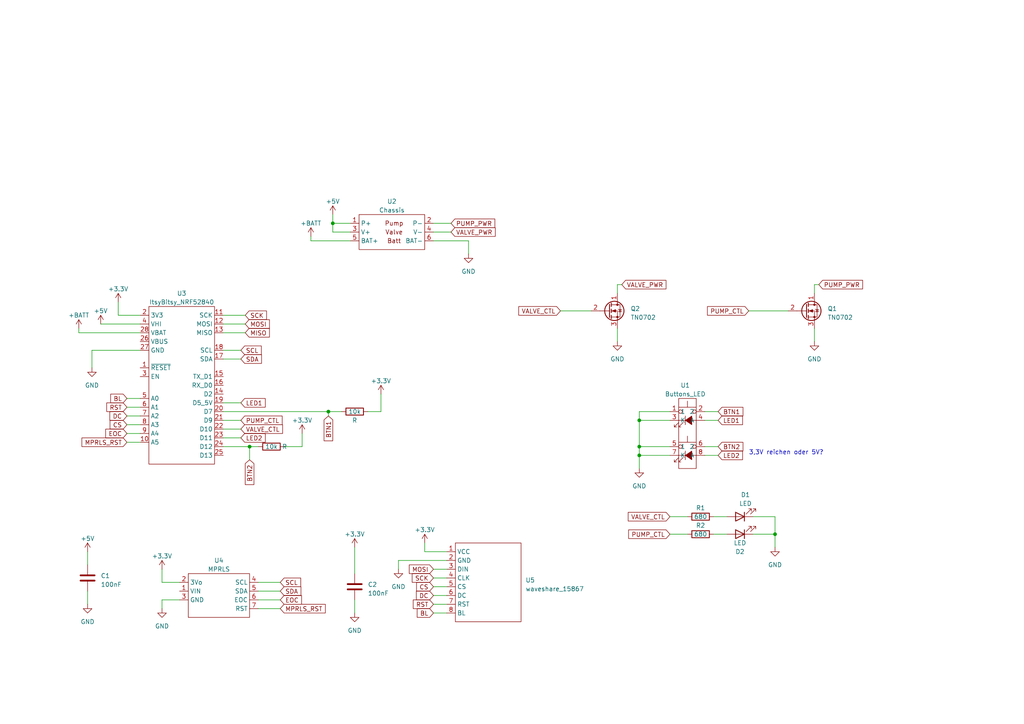
<source format=kicad_sch>
(kicad_sch (version 20230121) (generator eeschema)
  (paper "A4")
  (lib_symbols
    (symbol "Device:C" (pin_numbers hide) (pin_names (offset 0.254))
      (property "Reference" "C" (at 0.635 2.54 0))
      (property "Value" "C" (at 0.635 -2.54 0))
      (symbol "C_0_1"
        (polyline (pts (xy -2.032 -0.762) (xy 2.032 -0.762)) (stroke (width 0.508)))
        (polyline (pts (xy -2.032 0.762) (xy 2.032 0.762)) (stroke (width 0.508)))
      )
      (symbol "C_1_1"
        (pin passive line (at 0 3.81 270) (length 2.794) (name "~") (number "1"))
        (pin passive line (at 0 -3.81 90) (length 2.794) (name "~") (number "2"))
      )
    )
    (symbol "Device:LED" (pin_numbers hide) (pin_names (offset 1.016) hide)
      (property "Reference" "D" (at 0 2.54 0))
      (property "Value" "LED" (at 0 -2.54 0))
      (symbol "LED_0_1"
        (polyline (pts (xy -1.27 -1.27) (xy -1.27 1.27)) (stroke (width 0.254)))
        (polyline (pts (xy -1.27 0) (xy 1.27 0)))
        (polyline (pts (xy 1.27 -1.27) (xy 1.27 1.27) (xy -1.27 0) (xy 1.27 -1.27)) (stroke (width 0.254)))
        (polyline (pts (xy -3.048 -0.762) (xy -4.572 -2.286) (xy -3.81 -2.286) (xy -4.572 -2.286) (xy -4.572 -1.524)))
        (polyline (pts (xy -1.778 -0.762) (xy -3.302 -2.286) (xy -2.54 -2.286) (xy -3.302 -2.286) (xy -3.302 -1.524)))
      )
      (symbol "LED_1_1"
        (pin passive line (at -3.81 0 0) (length 2.54) (name "K") (number "1"))
        (pin passive line (at 3.81 0 180) (length 2.54) (name "A") (number "2"))
      )
    )
    (symbol "Device:R" (pin_numbers hide) (pin_names (offset 0))
      (property "Reference" "R" (at 2.032 0 90))
      (property "Value" "R" (at 0 0 90))
      (symbol "R_0_1"
        (rectangle (start -1.016 -2.54) (end 1.016 2.54) (stroke (width 0.254)))
      )
      (symbol "R_1_1"
        (pin passive line (at 0 3.81 270) (length 1.27) (name "~") (number "1"))
        (pin passive line (at 0 -3.81 90) (length 1.27) (name "~") (number "2"))
      )
    )
    (symbol "PRO_MCU:Buttons_LED"
      (property "Reference" "U" (at 0 0 0))
      (property "Value" "Buttons_LED" (at 0 -1.27 0))
      (symbol "Buttons_LED_0_0"
        (polyline (pts (xy -3.81 -20.955) (xy -2.54 -19.685)))
        (polyline (pts (xy -3.81 -10.795) (xy -2.54 -9.525)))
        (polyline (pts (xy -2.54 -20.955) (xy -1.27 -19.685)))
        (polyline (pts (xy -2.54 -19.05) (xy 2.54 -19.05)))
        (polyline (pts (xy -2.54 -10.795) (xy -1.27 -9.525)))
        (polyline (pts (xy -2.54 -8.89) (xy 2.54 -8.89)))
        (polyline (pts (xy -0.635 -17.78) (xy -0.635 -20.32)))
        (polyline (pts (xy -0.635 -7.62) (xy -0.635 -10.16)))
        (polyline (pts (xy -3.81 -20.32) (xy -3.81 -20.955) (xy -3.175 -20.955)))
        (polyline (pts (xy -3.81 -10.16) (xy -3.81 -10.795) (xy -3.175 -10.795)))
        (polyline (pts (xy -2.54 -20.32) (xy -2.54 -20.955) (xy -1.905 -20.955)))
        (polyline (pts (xy -2.54 -10.16) (xy -2.54 -10.795) (xy -1.905 -10.795)))
        (polyline (pts (xy -0.635 -19.05) (xy 1.27 -17.78) (xy 1.27 -20.32) (xy -0.635 -19.05)) (fill (type outline)))
        (polyline (pts (xy -0.635 -8.89) (xy 1.27 -7.62) (xy 1.27 -10.16) (xy -0.635 -8.89)) (fill (type outline)))
      )
      (symbol "Buttons_LED_0_1"
        (rectangle (start -2.54 -22.86) (end 2.54 -2.54))
        (circle (center -2.032 -16.51) (radius 0.508))
        (circle (center -2.032 -6.35) (radius 0.508))
        (polyline (pts (xy 0 -15.24) (xy 0 -13.462)))
        (polyline (pts (xy 0 -5.08) (xy 0 -3.302)))
        (polyline (pts (xy 2.54 -15.24) (xy -2.54 -15.24)))
        (polyline (pts (xy 2.54 -5.08) (xy -2.54 -5.08)))
        (circle (center 2.032 -16.51) (radius 0.508))
        (circle (center 2.032 -6.35) (radius 0.508))
        (pin passive line (at -5.08 -6.35 0) (length 2.54) (name "1") (number "1"))
        (pin passive line (at 5.08 -6.35 180) (length 2.54) (name "2") (number "2"))
        (pin passive line (at -5.08 -8.89 0) (length 2.54) (name "K") (number "3"))
        (pin passive line (at 5.08 -8.89 180) (length 2.54) (name "A") (number "4"))
        (pin passive line (at -5.08 -16.51 0) (length 2.54) (name "1") (number "5"))
        (pin passive line (at 5.08 -16.51 180) (length 2.54) (name "2") (number "6"))
        (pin passive line (at -5.08 -19.05 0) (length 2.54) (name "K") (number "7"))
        (pin passive line (at 5.08 -19.05 180) (length 2.54) (name "A") (number "8"))
      )
    )
    (symbol "PRO_MCU:Chassis"
      (property "Reference" "U" (at 0 0 0))
      (property "Value" "Chassis" (at 0 -1.27 0))
      (symbol "Chassis_0_0"
        (text "Batt" (at 0 -10.16 0) (effects (font (size 1.27 1.27))))
        (text "Pump" (at 0 -5.08 0) (effects (font (size 1.27 1.27))))
        (text "Valve" (at 0 -7.62 0) (effects (font (size 1.27 1.27))))
      )
      (symbol "Chassis_0_1"
        (rectangle (start -10.16 -2.54) (end 8.89 -12.7))
      )
      (symbol "Chassis_1_1"
        (pin output line (at -12.7 -5.08 0) (length 2.54) (name "P+") (number "1"))
        (pin output line (at 11.43 -5.08 180) (length 2.54) (name "P-") (number "2"))
        (pin output line (at -12.7 -7.62 0) (length 2.54) (name "V+") (number "3"))
        (pin output line (at 11.43 -7.62 180) (length 2.54) (name "V-") (number "4"))
        (pin output line (at -12.7 -10.16 0) (length 2.54) (name "BAT+") (number "5"))
        (pin output line (at 11.43 -10.16 180) (length 2.54) (name "BAT-") (number "6"))
      )
    )
    (symbol "PRO_MCU:ItsyBitsy_NRF52840"
      (property "Reference" "U" (at -8.89 -48.26 0))
      (property "Value" "ItsyBitsy_NRF52840" (at -1.27 2.54 0))
      (symbol "ItsyBitsy_NRF52840_0_1"
        (rectangle (start -10.16 0) (end 8.89 -45.72))
      )
      (symbol "ItsyBitsy_NRF52840_1_1"
        (pin input line (at -12.7 -17.78 0) (length 2.54) (name "~{RESET}") (number "1"))
        (pin output line (at -12.7 -39.37 0) (length 2.54) (name "A5") (number "10"))
        (pin output line (at 11.43 -2.54 180) (length 2.54) (name "SCK") (number "11"))
        (pin output line (at 11.43 -5.08 180) (length 2.54) (name "MOSI") (number "12"))
        (pin output line (at 11.43 -7.62 180) (length 2.54) (name "MISO") (number "13"))
        (pin output line (at 11.43 -25.4 180) (length 2.54) (name "D2") (number "14"))
        (pin output line (at 11.43 -20.32 180) (length 2.54) (name "TX_D1") (number "15"))
        (pin output line (at 11.43 -22.86 180) (length 2.54) (name "RX_D0") (number "16"))
        (pin output line (at 11.43 -15.24 180) (length 2.54) (name "SDA") (number "17"))
        (pin output line (at 11.43 -12.7 180) (length 2.54) (name "SCL") (number "18"))
        (pin output line (at 11.43 -27.94 180) (length 2.54) (name "D5_5V") (number "19"))
        (pin output line (at -12.7 -2.54 0) (length 2.54) (name "3V3") (number "2"))
        (pin output line (at 11.43 -30.48 180) (length 2.54) (name "D7") (number "20"))
        (pin output line (at 11.43 -33.02 180) (length 2.54) (name "D9") (number "21"))
        (pin output line (at 11.43 -35.56 180) (length 2.54) (name "D10") (number "22"))
        (pin output line (at 11.43 -38.1 180) (length 2.54) (name "D11") (number "23"))
        (pin output line (at 11.43 -40.64 180) (length 2.54) (name "D12") (number "24"))
        (pin output line (at 11.43 -43.18 180) (length 2.54) (name "D13") (number "25"))
        (pin output line (at -12.7 -10.16 0) (length 2.54) (name "VBUS") (number "26"))
        (pin output line (at -12.7 -12.7 0) (length 2.54) (name "GND") (number "27"))
        (pin output line (at -12.7 -7.62 0) (length 2.54) (name "VBAT") (number "28"))
        (pin input line (at -12.7 -20.32 0) (length 2.54) (name "EN") (number "3"))
        (pin output line (at -12.7 -5.08 0) (length 2.54) (name "VHI") (number "4"))
        (pin output line (at -12.7 -26.67 0) (length 2.54) (name "A0") (number "5"))
        (pin output line (at -12.7 -29.21 0) (length 2.54) (name "A1") (number "6"))
        (pin output line (at -12.7 -31.75 0) (length 2.54) (name "A2") (number "7"))
        (pin output line (at -12.7 -34.29 0) (length 2.54) (name "A3") (number "8"))
        (pin output line (at -12.7 -36.83 0) (length 2.54) (name "A4") (number "9"))
      )
    )
    (symbol "PRO_MCU:MPRLS"
      (property "Reference" "U2" (at 1.27 13.97 0))
      (property "Value" "MPRLS" (at 1.27 11.43 0))
      (symbol "MPRLS_0_1"
        (rectangle (start -10.16 8.89) (end 7.62 -3.81))
      )
      (symbol "MPRLS_1_1"
        (pin power_in line (at -12.7 3.81 0) (length 2.54) (name "VIN") (number "1"))
        (pin power_out line (at -12.7 6.35 0) (length 2.54) (name "3Vo") (number "2"))
        (pin power_in line (at -12.7 1.27 0) (length 2.54) (name "GND") (number "3"))
        (pin bidirectional line (at 10.16 6.35 180) (length 2.54) (name "SCL") (number "4"))
        (pin bidirectional line (at 10.16 3.81 180) (length 2.54) (name "SDA") (number "5"))
        (pin bidirectional line (at 10.16 1.27 180) (length 2.54) (name "EOC") (number "6"))
        (pin bidirectional line (at 10.16 -1.27 180) (length 2.54) (name "RST") (number "7"))
      )
    )
    (symbol "PRO_MCU:waveshare_15867"
      (property "Reference" "U" (at -7.62 13.97 0))
      (property "Value" "waveshare_15867" (at 0 11.43 0))
      (symbol "waveshare_15867_0_1"
        (rectangle (start -8.89 10.16) (end 10.16 -12.7))
      )
      (symbol "waveshare_15867_1_1"
        (pin power_in line (at -11.43 7.62 0) (length 2.54) (name "VCC") (number "1"))
        (pin power_in line (at -11.43 5.08 0) (length 2.54) (name "GND") (number "2"))
        (pin input line (at -11.43 2.54 0) (length 2.54) (name "DIN") (number "3"))
        (pin input line (at -11.43 0 0) (length 2.54) (name "CLK") (number "4"))
        (pin input line (at -11.43 -2.54 0) (length 2.54) (name "CS") (number "5"))
        (pin input line (at -11.43 -5.08 0) (length 2.54) (name "DC") (number "6"))
        (pin input line (at -11.43 -7.62 0) (length 2.54) (name "RST") (number "7"))
        (pin input line (at -11.43 -10.16 0) (length 2.54) (name "BL") (number "8"))
      )
    )
    (symbol "Transistor_FET:BS170" (pin_names hide)
      (property "Reference" "Q" (at 5.08 1.905 0))
      (property "Value" "BS170" (at 5.08 0 0))
      (symbol "BS170_0_1"
        (polyline (pts (xy 0.254 0) (xy -2.54 0)))
        (polyline (pts (xy 0.254 1.905) (xy 0.254 -1.905)) (stroke (width 0.254)))
        (polyline (pts (xy 0.762 -1.27) (xy 0.762 -2.286)) (stroke (width 0.254)))
        (polyline (pts (xy 0.762 0.508) (xy 0.762 -0.508)) (stroke (width 0.254)))
        (polyline (pts (xy 0.762 2.286) (xy 0.762 1.27)) (stroke (width 0.254)))
        (polyline (pts (xy 2.54 2.54) (xy 2.54 1.778)))
        (polyline (pts (xy 2.54 -2.54) (xy 2.54 0) (xy 0.762 0)))
        (polyline (pts (xy 0.762 -1.778) (xy 3.302 -1.778) (xy 3.302 1.778) (xy 0.762 1.778)))
        (polyline (pts (xy 1.016 0) (xy 2.032 0.381) (xy 2.032 -0.381) (xy 1.016 0)) (fill (type outline)))
        (polyline (pts (xy 2.794 0.508) (xy 2.921 0.381) (xy 3.683 0.381) (xy 3.81 0.254)))
        (polyline (pts (xy 3.302 0.381) (xy 2.921 -0.254) (xy 3.683 -0.254) (xy 3.302 0.381)))
        (circle (center 1.651 0) (radius 2.794) (stroke (width 0.254)))
        (circle (center 2.54 -1.778) (radius 0.254) (fill (type outline)))
        (circle (center 2.54 1.778) (radius 0.254) (fill (type outline)))
      )
      (symbol "BS170_1_1"
        (pin passive line (at 2.54 5.08 270) (length 2.54) (name "D") (number "1"))
        (pin input line (at -5.08 0 0) (length 2.54) (name "G") (number "2"))
        (pin passive line (at 2.54 -5.08 90) (length 2.54) (name "S") (number "3"))
      )
    )
    (symbol "power:+3.3V" (power) (pin_names (offset 0))
      (property "Value" "+3.3V" (at 0 3.556 0))
      (symbol "+3.3V_0_1"
        (polyline (pts (xy -0.762 1.27) (xy 0 2.54)))
        (polyline (pts (xy 0 0) (xy 0 2.54)))
        (polyline (pts (xy 0 2.54) (xy 0.762 1.27)))
      )
      (symbol "+3.3V_1_1"
        (pin power_in line (at 0 0 90) (length 0) hide (name "+3.3V") (number "1"))
      )
    )
    (symbol "power:+5V" (power) (pin_names (offset 0))
      (property "Value" "+5V" (at 0 3.556 0))
      (symbol "+5V_0_1"
        (polyline (pts (xy -0.762 1.27) (xy 0 2.54)))
        (polyline (pts (xy 0 0) (xy 0 2.54)))
        (polyline (pts (xy 0 2.54) (xy 0.762 1.27)))
      )
      (symbol "+5V_1_1"
        (pin power_in line (at 0 0 90) (length 0) hide (name "+5V") (number "1"))
      )
    )
    (symbol "power:+BATT" (power) (pin_names (offset 0))
      (property "Value" "+BATT" (at 0 3.556 0))
      (symbol "+BATT_0_1"
        (polyline (pts (xy -0.762 1.27) (xy 0 2.54)))
        (polyline (pts (xy 0 0) (xy 0 2.54)))
        (polyline (pts (xy 0 2.54) (xy 0.762 1.27)))
      )
      (symbol "+BATT_1_1"
        (pin power_in line (at 0 0 90) (length 0) hide (name "+BATT") (number "1"))
      )
    )
    (symbol "power:GND" (power) (pin_names (offset 0))
      (property "Value" "GND" (at 0 -3.81 0))
      (symbol "GND_0_1"
        (polyline (pts (xy 0 0) (xy 0 -1.27) (xy 1.27 -1.27) (xy 0 -2.54) (xy -1.27 -1.27) (xy 0 -1.27)))
      )
      (symbol "GND_1_1"
        (pin power_in line (at 0 0 270) (length 0) hide (name "GND") (number "1"))
      )
    )
  )
  (junction (at 185.42 121.92))
  (junction (at 72.39 129.54))
  (junction (at 96.52 64.77))
  (junction (at 224.79 154.94))
  (junction (at 95.25 119.38))
  (junction (at 185.42 132.08))
  (junction (at 185.42 129.54))
  (wire (pts (xy 125.73 165.1) (xy 129.54 165.1)))
  (wire (pts (xy 96.52 64.77) (xy 96.52 67.31)))
  (wire (pts (xy 110.49 114.3) (xy 110.49 119.38)))
  (wire (pts (xy 87.63 125.73) (xy 87.63 129.54)))
  (wire (pts (xy 194.31 149.86) (xy 199.39 149.86)))
  (wire (pts (xy 125.73 67.31) (xy 130.81 67.31)))
  (wire (pts (xy 115.57 162.56) (xy 115.57 165.1)))
  (wire (pts (xy 90.17 68.58) (xy 90.17 69.85)))
  (wire (pts (xy 22.86 95.25) (xy 22.86 96.52)))
  (wire (pts (xy 52.07 168.91) (xy 46.99 168.91)))
  (wire (pts (xy 64.77 93.98) (xy 71.12 93.98)))
  (wire (pts (xy 207.01 149.86) (xy 210.82 149.86)))
  (wire (pts (xy 74.93 171.45) (xy 81.28 171.45)))
  (wire (pts (xy 125.73 172.72) (xy 129.54 172.72)))
  (wire (pts (xy 224.79 149.86) (xy 224.79 154.94)))
  (wire (pts (xy 237.49 82.55) (xy 236.22 82.55)))
  (wire (pts (xy 64.77 96.52) (xy 71.12 96.52)))
  (wire (pts (xy 96.52 67.31) (xy 101.6 67.31)))
  (wire (pts (xy 101.6 69.85) (xy 90.17 69.85)))
  (wire (pts (xy 102.87 173.99) (xy 102.87 177.8)))
  (wire (pts (xy 25.4 160.02) (xy 25.4 163.83)))
  (wire (pts (xy 64.77 121.92) (xy 69.85 121.92)))
  (wire (pts (xy 64.77 116.84) (xy 69.85 116.84)))
  (wire (pts (xy 194.31 119.38) (xy 185.42 119.38)))
  (wire (pts (xy 179.07 82.55) (xy 179.07 85.09)))
  (wire (pts (xy 36.83 125.73) (xy 40.64 125.73)))
  (wire (pts (xy 52.07 173.99) (xy 46.99 173.99)))
  (wire (pts (xy 204.47 121.92) (xy 208.28 121.92)))
  (wire (pts (xy 207.01 154.94) (xy 210.82 154.94)))
  (wire (pts (xy 36.83 128.27) (xy 40.64 128.27)))
  (wire (pts (xy 36.83 123.19) (xy 40.64 123.19)))
  (wire (pts (xy 194.31 154.94) (xy 199.39 154.94)))
  (wire (pts (xy 64.77 101.6) (xy 69.85 101.6)))
  (wire (pts (xy 236.22 95.25) (xy 236.22 99.06)))
  (wire (pts (xy 26.67 101.6) (xy 26.67 106.68)))
  (wire (pts (xy 185.42 129.54) (xy 194.31 129.54)))
  (wire (pts (xy 224.79 154.94) (xy 224.79 158.75)))
  (wire (pts (xy 125.73 175.26) (xy 129.54 175.26)))
  (wire (pts (xy 34.29 91.44) (xy 40.64 91.44)))
  (wire (pts (xy 36.83 115.57) (xy 40.64 115.57)))
  (wire (pts (xy 46.99 173.99) (xy 46.99 176.53)))
  (wire (pts (xy 218.44 154.94) (xy 224.79 154.94)))
  (wire (pts (xy 74.93 168.91) (xy 81.28 168.91)))
  (wire (pts (xy 194.31 121.92) (xy 185.42 121.92)))
  (wire (pts (xy 179.07 95.25) (xy 179.07 99.06)))
  (wire (pts (xy 218.44 149.86) (xy 224.79 149.86)))
  (wire (pts (xy 64.77 91.44) (xy 71.12 91.44)))
  (wire (pts (xy 96.52 62.23) (xy 96.52 64.77)))
  (wire (pts (xy 123.19 157.48) (xy 123.19 160.02)))
  (wire (pts (xy 204.47 119.38) (xy 208.28 119.38)))
  (wire (pts (xy 125.73 64.77) (xy 130.81 64.77)))
  (wire (pts (xy 64.77 119.38) (xy 95.25 119.38)))
  (wire (pts (xy 129.54 160.02) (xy 123.19 160.02)))
  (wire (pts (xy 96.52 64.77) (xy 101.6 64.77)))
  (wire (pts (xy 185.42 132.08) (xy 185.42 135.89)))
  (wire (pts (xy 64.77 104.14) (xy 69.85 104.14)))
  (wire (pts (xy 46.99 165.1) (xy 46.99 168.91)))
  (wire (pts (xy 125.73 177.8) (xy 129.54 177.8)))
  (wire (pts (xy 64.77 129.54) (xy 72.39 129.54)))
  (wire (pts (xy 72.39 129.54) (xy 72.39 133.35)))
  (wire (pts (xy 82.55 129.54) (xy 87.63 129.54)))
  (wire (pts (xy 180.34 82.55) (xy 179.07 82.55)))
  (wire (pts (xy 106.68 119.38) (xy 110.49 119.38)))
  (wire (pts (xy 185.42 119.38) (xy 185.42 121.92)))
  (wire (pts (xy 95.25 119.38) (xy 95.25 120.65)))
  (wire (pts (xy 64.77 127) (xy 69.85 127)))
  (wire (pts (xy 185.42 121.92) (xy 185.42 129.54)))
  (wire (pts (xy 22.86 96.52) (xy 40.64 96.52)))
  (wire (pts (xy 25.4 171.45) (xy 25.4 175.26)))
  (wire (pts (xy 29.21 93.98) (xy 40.64 93.98)))
  (wire (pts (xy 185.42 129.54) (xy 185.42 132.08)))
  (wire (pts (xy 204.47 129.54) (xy 208.28 129.54)))
  (wire (pts (xy 40.64 101.6) (xy 26.67 101.6)))
  (wire (pts (xy 95.25 119.38) (xy 99.06 119.38)))
  (wire (pts (xy 74.93 176.53) (xy 81.28 176.53)))
  (wire (pts (xy 102.87 158.75) (xy 102.87 166.37)))
  (wire (pts (xy 125.73 170.18) (xy 129.54 170.18)))
  (wire (pts (xy 125.73 167.64) (xy 129.54 167.64)))
  (wire (pts (xy 64.77 124.46) (xy 69.85 124.46)))
  (wire (pts (xy 36.83 120.65) (xy 40.64 120.65)))
  (wire (pts (xy 74.93 173.99) (xy 81.28 173.99)))
  (wire (pts (xy 162.56 90.17) (xy 171.45 90.17)))
  (wire (pts (xy 125.73 69.85) (xy 135.89 69.85)))
  (wire (pts (xy 135.89 69.85) (xy 135.89 73.66)))
  (wire (pts (xy 36.83 118.11) (xy 40.64 118.11)))
  (wire (pts (xy 194.31 132.08) (xy 185.42 132.08)))
  (wire (pts (xy 34.29 87.63) (xy 34.29 91.44)))
  (wire (pts (xy 217.17 90.17) (xy 228.6 90.17)))
  (wire (pts (xy 72.39 129.54) (xy 74.93 129.54)))
  (wire (pts (xy 204.47 132.08) (xy 208.28 132.08)))
  (wire (pts (xy 129.54 162.56) (xy 115.57 162.56)))
  (wire (pts (xy 236.22 82.55) (xy 236.22 85.09)))
  (text "3,3V reichen oder 5V?\n" (at 217.17 132.08 0) (effects (font (size 1.27 1.27)) (justify left bottom)))
  (global_label "VALVE_CTL" (shape input) (at 194.31 149.86 180) (property "Intersheetrefs" "${INTERSHEET_REFS}" (effects hide)))
  (global_label "MOSI" (shape input) (at 125.73 165.1 180) (property "Intersheetrefs" "${INTERSHEET_REFS}" (effects hide)))
  (global_label "MOSI" (shape input) (at 71.12 93.98 0) (property "Intersheetrefs" "${INTERSHEET_REFS}" (effects hide)))
  (global_label "PUMP_PWR" (shape input) (at 237.49 82.55 0) (property "Intersheetrefs" "${INTERSHEET_REFS}" (effects hide)))
  (global_label "EOC" (shape input) (at 36.83 125.73 180) (property "Intersheetrefs" "${INTERSHEET_REFS}" (effects hide)))
  (global_label "MPRLS_RST" (shape input) (at 36.83 128.27 180) (property "Intersheetrefs" "${INTERSHEET_REFS}" (effects hide)))
  (global_label "EOC" (shape input) (at 81.28 173.99 0) (property "Intersheetrefs" "${INTERSHEET_REFS}" (effects hide)))
  (global_label "MPRLS_RST" (shape input) (at 81.28 176.53 0) (property "Intersheetrefs" "${INTERSHEET_REFS}" (effects hide)))
  (global_label "SCK" (shape input) (at 71.12 91.44 0) (property "Intersheetrefs" "${INTERSHEET_REFS}" (effects hide)))
  (global_label "DC" (shape input) (at 36.83 120.65 180) (property "Intersheetrefs" "${INTERSHEET_REFS}" (effects hide)))
  (global_label "BTN2" (shape input) (at 72.39 133.35 270) (property "Intersheetrefs" "${INTERSHEET_REFS}" (effects hide)))
  (global_label "BL" (shape input) (at 36.83 115.57 180) (property "Intersheetrefs" "${INTERSHEET_REFS}" (effects hide)))
  (global_label "PUMP_CTL" (shape input) (at 194.31 154.94 180) (property "Intersheetrefs" "${INTERSHEET_REFS}" (effects hide)))
  (global_label "VALVE_CTL" (shape input) (at 162.56 90.17 180) (property "Intersheetrefs" "${INTERSHEET_REFS}" (effects hide)))
  (global_label "MISO" (shape input) (at 71.12 96.52 0) (property "Intersheetrefs" "${INTERSHEET_REFS}" (effects hide)))
  (global_label "VALVE_CTL" (shape input) (at 69.85 124.46 0) (property "Intersheetrefs" "${INTERSHEET_REFS}" (effects hide)))
  (global_label "DC" (shape input) (at 125.73 172.72 180) (property "Intersheetrefs" "${INTERSHEET_REFS}" (effects hide)))
  (global_label "CS" (shape input) (at 36.83 123.19 180) (property "Intersheetrefs" "${INTERSHEET_REFS}" (effects hide)))
  (global_label "LED1" (shape input) (at 69.85 116.84 0) (property "Intersheetrefs" "${INTERSHEET_REFS}" (effects hide)))
  (global_label "BTN1" (shape input) (at 95.25 120.65 270) (property "Intersheetrefs" "${INTERSHEET_REFS}" (effects hide)))
  (global_label "LED1" (shape input) (at 208.28 121.92 0) (property "Intersheetrefs" "${INTERSHEET_REFS}" (effects hide)))
  (global_label "SCL" (shape input) (at 69.85 101.6 0) (property "Intersheetrefs" "${INTERSHEET_REFS}" (effects hide)))
  (global_label "PUMP_PWR" (shape input) (at 130.81 64.77 0) (property "Intersheetrefs" "${INTERSHEET_REFS}" (effects hide)))
  (global_label "SCK" (shape input) (at 125.73 167.64 180) (property "Intersheetrefs" "${INTERSHEET_REFS}" (effects hide)))
  (global_label "LED2" (shape input) (at 69.85 127 0) (property "Intersheetrefs" "${INTERSHEET_REFS}" (effects hide)))
  (global_label "CS" (shape input) (at 125.73 170.18 180) (property "Intersheetrefs" "${INTERSHEET_REFS}" (effects hide)))
  (global_label "SCL" (shape input) (at 81.28 168.91 0) (property "Intersheetrefs" "${INTERSHEET_REFS}" (effects hide)))
  (global_label "LED2" (shape input) (at 208.28 132.08 0) (property "Intersheetrefs" "${INTERSHEET_REFS}" (effects hide)))
  (global_label "PUMP_CTL" (shape input) (at 217.17 90.17 180) (property "Intersheetrefs" "${INTERSHEET_REFS}" (effects hide)))
  (global_label "RST" (shape input) (at 36.83 118.11 180) (property "Intersheetrefs" "${INTERSHEET_REFS}" (effects hide)))
  (global_label "BTN1" (shape input) (at 208.28 119.38 0) (property "Intersheetrefs" "${INTERSHEET_REFS}" (effects hide)))
  (global_label "RST" (shape input) (at 125.73 175.26 180) (property "Intersheetrefs" "${INTERSHEET_REFS}" (effects hide)))
  (global_label "BL" (shape input) (at 125.73 177.8 180) (property "Intersheetrefs" "${INTERSHEET_REFS}" (effects hide)))
  (global_label "BTN2" (shape input) (at 208.28 129.54 0) (property "Intersheetrefs" "${INTERSHEET_REFS}" (effects hide)))
  (global_label "VALVE_PWR" (shape input) (at 130.81 67.31 0) (property "Intersheetrefs" "${INTERSHEET_REFS}" (effects hide)))
  (global_label "VALVE_PWR" (shape input) (at 180.34 82.55 0) (property "Intersheetrefs" "${INTERSHEET_REFS}" (effects hide)))
  (global_label "SDA" (shape input) (at 69.85 104.14 0) (property "Intersheetrefs" "${INTERSHEET_REFS}" (effects hide)))
  (global_label "SDA" (shape input) (at 81.28 171.45 0) (property "Intersheetrefs" "${INTERSHEET_REFS}" (effects hide)))
  (global_label "PUMP_CTL" (shape input) (at 69.85 121.92 0) (property "Intersheetrefs" "${INTERSHEET_REFS}" (effects hide)))
  (symbol (lib_id "PRO_MCU:Buttons_LED") (at 199.39 113.03 0) (unit 1)
    (property "Reference" "U1" (at 198.755 111.76 0))
    (property "Value" "Buttons_LED" (at 198.755 114.3 0))
    (property "Footprint" "Connector_IDC:IDC-Header_2x04_P2.54mm_Vertical" (effects hide))
  )
  (symbol (lib_id "power:+3.3V") (at 123.19 157.48 0) (unit 1)
    (property "Reference" "#PWR013" (effects hide))
    (property "Value" "+3.3V" (at 123.19 153.67 0))
  )
  (symbol (lib_id "Device:LED") (at 214.63 149.86 180) (unit 1)
    (property "Reference" "D1" (at 216.2175 143.51 0))
    (property "Value" "LED" (at 216.2175 146.05 0))
  )
  (symbol (lib_id "PRO_MCU:MPRLS") (at 64.77 175.26 0) (unit 1)
    (property "Reference" "U4" (at 63.5 162.56 0))
    (property "Value" "MPRLS" (at 63.5 165.1 0))
    (property "Footprint" "PRO_MCU:MPRLS" (effects hide))
  )
  (symbol (lib_id "power:GND") (at 185.42 135.89 0) (unit 1)
    (property "Reference" "#PWR08" (effects hide))
    (property "Value" "GND" (at 185.42 140.97 0))
  )
  (symbol (lib_id "power:GND") (at 236.22 99.06 0) (unit 1)
    (property "Reference" "#PWR06" (effects hide))
    (property "Value" "GND" (at 236.22 104.14 0))
  )
  (symbol (lib_id "power:GND") (at 179.07 99.06 0) (unit 1)
    (property "Reference" "#PWR05" (effects hide))
    (property "Value" "GND" (at 179.07 104.14 0))
  )
  (symbol (lib_id "Device:C") (at 25.4 167.64 0) (unit 1)
    (property "Reference" "C1" (at 29.21 167.005 0) (effects (justify left)))
    (property "Value" "100nF" (at 29.21 169.545 0) (effects (justify left)))
  )
  (symbol (lib_id "PRO_MCU:ItsyBitsy_NRF52840") (at 53.34 88.9 0) (unit 1)
    (property "Reference" "U3" (at 52.705 85.09 0))
    (property "Value" "ItsyBitsy_NRF52840" (at 52.705 87.63 0))
    (property "Footprint" "PRO_MCU:ItsyBitsy_NRF52840" (effects hide))
  )
  (symbol (lib_id "Device:R") (at 78.74 129.54 90) (unit 1)
    (property "Reference" "10k" (at 78.74 129.54 90))
    (property "Value" "R" (at 82.55 129.54 90))
    (property "Footprint" "Resistor_THT:R_Axial_DIN0207_L6.3mm_D2.5mm_P10.16mm_Horizontal" (effects hide))
  )
  (symbol (lib_id "power:+3.3V") (at 87.63 125.73 0) (unit 1)
    (property "Reference" "#PWR010" (effects hide))
    (property "Value" "+3.3V" (at 87.63 121.92 0))
  )
  (symbol (lib_id "power:+3.3V") (at 110.49 114.3 0) (unit 1)
    (property "Reference" "#PWR021" (effects hide))
    (property "Value" "+3.3V" (at 110.49 110.49 0))
  )
  (symbol (lib_id "power:GND") (at 46.99 176.53 0) (unit 1)
    (property "Reference" "#PWR01" (effects hide))
    (property "Value" "GND" (at 46.99 181.61 0))
  )
  (symbol (lib_id "power:GND") (at 224.79 158.75 0) (unit 1)
    (property "Reference" "#PWR015" (effects hide))
    (property "Value" "GND" (at 224.79 163.83 0))
  )
  (symbol (lib_id "power:GND") (at 25.4 175.26 0) (unit 1)
    (property "Reference" "#PWR018" (effects hide))
    (property "Value" "GND" (at 25.4 180.34 0))
  )
  (symbol (lib_id "Device:C") (at 102.87 170.18 0) (unit 1)
    (property "Reference" "C2" (at 106.68 169.545 0) (effects (justify left)))
    (property "Value" "100nF" (at 106.68 172.085 0) (effects (justify left)))
  )
  (symbol (lib_id "Device:R") (at 102.87 119.38 90) (unit 1)
    (property "Reference" "10k" (at 102.87 119.38 90))
    (property "Value" "R" (at 102.87 121.92 90))
    (property "Footprint" "Resistor_THT:R_Axial_DIN0207_L6.3mm_D2.5mm_P10.16mm_Horizontal" (effects hide))
  )
  (symbol (lib_id "PRO_MCU:waveshare_15867") (at 140.97 167.64 0) (unit 1)
    (property "Reference" "U5" (at 152.4 168.275 0) (effects (justify left)))
    (property "Value" "waveshare_15867" (at 152.4 170.815 0) (effects (justify left)))
    (property "Footprint" "Connector_IDC:IDC-Header_2x04_P2.54mm_Vertical" (effects hide))
  )
  (symbol (lib_id "power:GND") (at 115.57 165.1 0) (unit 1)
    (property "Reference" "#PWR02" (effects hide))
    (property "Value" "GND" (at 115.57 170.18 0))
  )
  (symbol (lib_id "power:GND") (at 135.89 73.66 0) (unit 1)
    (property "Reference" "#PWR03" (effects hide))
    (property "Value" "GND" (at 135.89 78.74 0))
  )
  (symbol (lib_id "power:+3.3V") (at 34.29 87.63 0) (unit 1)
    (property "Reference" "#PWR09" (effects hide))
    (property "Value" "+3.3V" (at 34.29 83.82 0))
  )
  (symbol (lib_id "Device:R") (at 203.2 149.86 90) (unit 1)
    (property "Reference" "R1" (at 203.2 147.32 90))
    (property "Value" "680" (at 203.2 149.86 90))
    (property "Footprint" "Resistor_THT:R_Axial_DIN0207_L6.3mm_D2.5mm_P10.16mm_Horizontal" (effects hide))
  )
  (symbol (lib_id "Transistor_FET:BS170") (at 233.68 90.17 0) (unit 1)
    (property "Reference" "Q1" (at 240.03 89.535 0) (effects (justify left)))
    (property "Value" "TN0702" (at 240.03 92.075 0) (effects (justify left)))
    (property "Footprint" "Package_TO_SOT_THT:TO-92_Inline" (effects hide))
    (property "Datasheet" "https://www.onsemi.com/pub/Collateral/BS170-D.PDF" (effects hide))
  )
  (symbol (lib_id "Device:R") (at 203.2 154.94 90) (unit 1)
    (property "Reference" "R2" (at 203.2 152.4 90))
    (property "Value" "680" (at 203.2 154.94 90))
    (property "Footprint" "Resistor_THT:R_Axial_DIN0207_L6.3mm_D2.5mm_P10.16mm_Horizontal" (effects hide))
  )
  (symbol (lib_id "Device:LED") (at 214.63 154.94 180) (unit 1)
    (property "Reference" "D2" (at 214.63 160.02 0))
    (property "Value" "LED" (at 214.63 157.48 0))
  )
  (symbol (lib_id "power:+5V") (at 96.52 62.23 0) (unit 1)
    (property "Reference" "#PWR011" (effects hide))
    (property "Value" "+5V" (at 96.52 58.42 0))
  )
  (symbol (lib_id "power:GND") (at 26.67 106.68 0) (unit 1)
    (property "Reference" "#PWR04" (effects hide))
    (property "Value" "GND" (at 26.67 111.76 0))
  )
  (symbol (lib_id "power:+BATT") (at 22.86 95.25 0) (unit 1)
    (property "Reference" "#PWR014" (effects hide))
    (property "Value" "+BATT" (at 22.86 91.44 0))
  )
  (symbol (lib_id "PRO_MCU:Chassis") (at 114.3 59.69 0) (unit 1)
    (property "Reference" "U2" (at 113.665 58.42 0))
    (property "Value" "Chassis" (at 113.665 60.96 0))
    (property "Footprint" "Connector_IDC:IDC-Header_2x03_P2.54mm_Vertical" (effects hide))
  )
  (symbol (lib_id "power:+3.3V") (at 46.99 165.1 0) (unit 1)
    (property "Reference" "#PWR012" (effects hide))
    (property "Value" "+3.3V" (at 46.99 161.29 0))
  )
  (symbol (lib_id "Transistor_FET:BS170") (at 176.53 90.17 0) (unit 1)
    (property "Reference" "Q2" (at 182.88 89.535 0) (effects (justify left)))
    (property "Value" "TN0702" (at 182.88 92.075 0) (effects (justify left)))
    (property "Footprint" "Package_TO_SOT_THT:TO-92_Inline" (effects hide))
    (property "Datasheet" "https://www.onsemi.com/pub/Collateral/BS170-D.PDF" (effects hide))
  )
  (symbol (lib_id "power:+BATT") (at 90.17 68.58 0) (unit 1)
    (property "Reference" "#PWR07" (effects hide))
    (property "Value" "+BATT" (at 90.17 64.77 0))
  )
  (symbol (lib_id "power:+5V") (at 25.4 160.02 0) (unit 1)
    (property "Reference" "#PWR017" (effects hide))
    (property "Value" "+5V" (at 25.4 156.21 0))
  )
  (symbol (lib_id "power:GND") (at 102.87 177.8 0) (unit 1)
    (property "Reference" "#PWR020" (effects hide))
    (property "Value" "GND" (at 102.87 182.88 0))
  )
  (symbol (lib_id "power:+5V") (at 29.21 93.98 0) (unit 1)
    (property "Reference" "#PWR016" (effects hide))
    (property "Value" "+5V" (at 29.21 90.17 0))
  )
  (symbol (lib_id "power:+3.3V") (at 102.87 158.75 0) (unit 1)
    (property "Reference" "#PWR019" (effects hide))
    (property "Value" "+3.3V" (at 102.87 154.94 0))
  )
)
</source>
